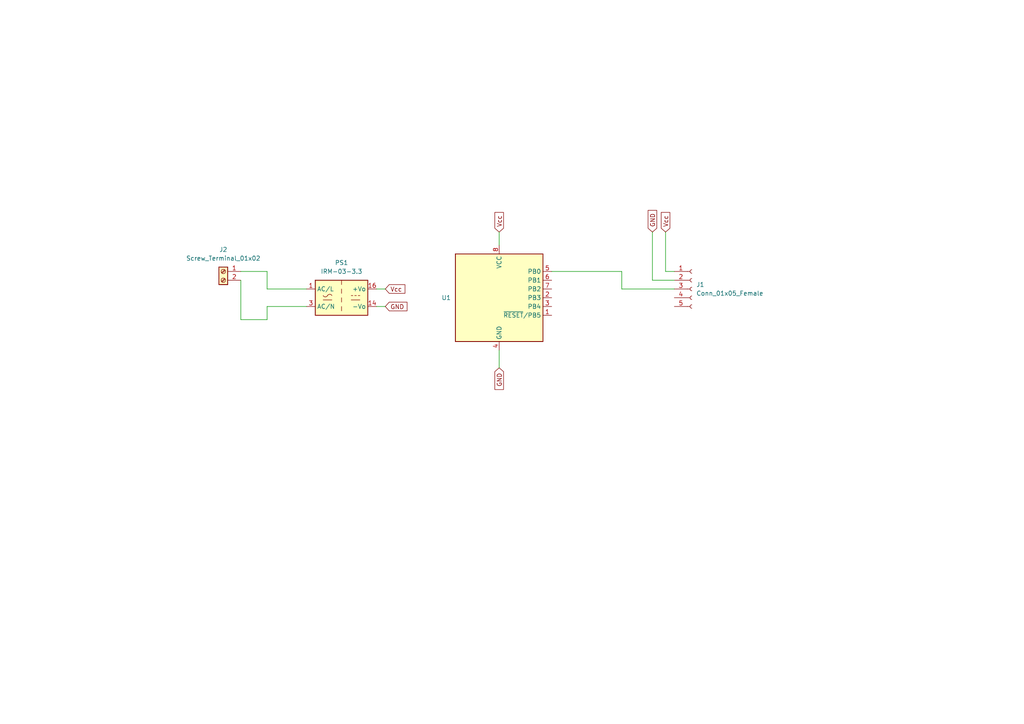
<source format=kicad_sch>
(kicad_sch (version 20211123) (generator eeschema)
  (paper "A4")
  (lib_symbols
    (symbol "Connector:Conn_01x05_Female" (pin_names (offset 1.016) hide)
      (property "Reference" "J" (at 0 7.62 0))
      (property "Value" "Conn_01x05_Female" (at 0 -7.62 0))
      (symbol "Conn_01x05_Female_1_1"
        (arc (start 0 -4.572) (mid -0.508 -5.08) (end 0 -5.588) (stroke (width 0.1524)))
        (arc (start 0 -2.032) (mid -0.508 -2.54) (end 0 -3.048) (stroke (width 0.1524)))
        (polyline (pts (xy -1.27 -5.08) (xy -0.508 -5.08)) (stroke (width 0.1524)))
        (polyline (pts (xy -1.27 -2.54) (xy -0.508 -2.54)) (stroke (width 0.1524)))
        (polyline (pts (xy -1.27 0) (xy -0.508 0)) (stroke (width 0.1524)))
        (polyline (pts (xy -1.27 2.54) (xy -0.508 2.54)) (stroke (width 0.1524)))
        (polyline (pts (xy -1.27 5.08) (xy -0.508 5.08)) (stroke (width 0.1524)))
        (arc (start 0 0.508) (mid -0.508 0) (end 0 -0.508) (stroke (width 0.1524)))
        (arc (start 0 3.048) (mid -0.508 2.54) (end 0 2.032) (stroke (width 0.1524)))
        (arc (start 0 5.588) (mid -0.508 5.08) (end 0 4.572) (stroke (width 0.1524)))
        (pin passive line (at -5.08 5.08 0) (length 3.81) (name "Pin_1") (number "1"))
        (pin passive line (at -5.08 2.54 0) (length 3.81) (name "Pin_2") (number "2"))
        (pin passive line (at -5.08 0 0) (length 3.81) (name "Pin_3") (number "3"))
        (pin passive line (at -5.08 -2.54 0) (length 3.81) (name "Pin_4") (number "4"))
        (pin passive line (at -5.08 -5.08 0) (length 3.81) (name "Pin_5") (number "5"))
      )
    )
    (symbol "Connector:Screw_Terminal_01x02" (pin_names (offset 1.016) hide)
      (property "Reference" "J" (at 0 2.54 0))
      (property "Value" "Screw_Terminal_01x02" (at 0 -5.08 0))
      (symbol "Screw_Terminal_01x02_1_1"
        (rectangle (start -1.27 1.27) (end 1.27 -3.81) (stroke (width 0.254)) (fill (type background)))
        (circle (center 0 -2.54) (radius 0.635) (stroke (width 0.1524)))
        (polyline (pts (xy -0.5334 -2.2098) (xy 0.3302 -3.048)) (stroke (width 0.1524)))
        (polyline (pts (xy -0.5334 0.3302) (xy 0.3302 -0.508)) (stroke (width 0.1524)))
        (polyline (pts (xy -0.3556 -2.032) (xy 0.508 -2.8702)) (stroke (width 0.1524)))
        (polyline (pts (xy -0.3556 0.508) (xy 0.508 -0.3302)) (stroke (width 0.1524)))
        (circle (center 0 0) (radius 0.635) (stroke (width 0.1524)))
        (pin passive line (at -5.08 0 0) (length 3.81) (name "Pin_1") (number "1"))
        (pin passive line (at -5.08 -2.54 0) (length 3.81) (name "Pin_2") (number "2"))
      )
    )
    (symbol "Converter_ACDC:IRM-03-3.3"
      (property "Reference" "PS" (at 0 6.35 0))
      (property "Value" "IRM-03-3.3" (at 0 -6.35 0))
      (symbol "IRM-03-3.3_0_1"
        (rectangle (start -7.62 5.08) (end 7.62 -5.08) (stroke (width 0.254)) (fill (type background)))
        (arc (start -5.334 0.635) (mid -4.699 0.2495) (end -4.064 0.635))
        (arc (start -2.794 0.635) (mid -3.429 1.0072) (end -4.064 0.635))
        (polyline (pts (xy -5.334 -0.635) (xy -2.794 -0.635)))
        (polyline (pts (xy 0 -2.54) (xy 0 -3.81)))
        (polyline (pts (xy 0 0) (xy 0 -1.27)))
        (polyline (pts (xy 0 2.54) (xy 0 1.27)))
        (polyline (pts (xy 0 5.08) (xy 0 3.81)))
        (polyline (pts (xy 2.794 -0.635) (xy 5.334 -0.635)))
        (polyline (pts (xy 2.794 0.635) (xy 3.302 0.635)))
        (polyline (pts (xy 3.81 0.635) (xy 4.318 0.635)))
        (polyline (pts (xy 4.826 0.635) (xy 5.334 0.635)))
      )
      (symbol "IRM-03-3.3_1_1"
        (pin power_in line (at -10.16 2.54 0) (length 2.54) (name "AC/L") (number "1"))
        (pin power_out line (at 10.16 -2.54 180) (length 2.54) (name "-Vo") (number "14"))
        (pin power_out line (at 10.16 2.54 180) (length 2.54) (name "+Vo") (number "16"))
        (pin power_in line (at -10.16 -2.54 0) (length 2.54) (name "AC/N") (number "3"))
        (pin no_connect line (at -7.62 0 0) (length 2.54) hide (name "NC") (number "5"))
      )
    )
    (symbol "MCU_Microchip_ATtiny:ATtiny13-20P"
      (property "Reference" "U" (at -12.7 13.97 0))
      (property "Value" "ATtiny13-20P" (at 2.54 -13.97 0))
      (symbol "ATtiny13-20P_0_1"
        (rectangle (start -12.7 -12.7) (end 12.7 12.7) (stroke (width 0.254)) (fill (type background)))
      )
      (symbol "ATtiny13-20P_1_1"
        (pin bidirectional line (at 15.24 -5.08 180) (length 2.54) (name "~{RESET}/PB5") (number "1"))
        (pin bidirectional line (at 15.24 0 180) (length 2.54) (name "PB3") (number "2"))
        (pin bidirectional line (at 15.24 -2.54 180) (length 2.54) (name "PB4") (number "3"))
        (pin power_in line (at 0 -15.24 90) (length 2.54) (name "GND") (number "4"))
        (pin bidirectional line (at 15.24 7.62 180) (length 2.54) (name "PB0") (number "5"))
        (pin bidirectional line (at 15.24 5.08 180) (length 2.54) (name "PB1") (number "6"))
        (pin bidirectional line (at 15.24 2.54 180) (length 2.54) (name "PB2") (number "7"))
        (pin power_in line (at 0 15.24 270) (length 2.54) (name "VCC") (number "8"))
      )
    )
  )
  (wire (pts (xy 144.78 101.6) (xy 144.78 106.68)))
  (wire (pts (xy 77.47 83.82) (xy 88.9 83.82)))
  (wire (pts (xy 69.85 92.71) (xy 77.47 92.71)))
  (wire (pts (xy 77.47 92.71) (xy 77.47 88.9)))
  (wire (pts (xy 180.34 78.74) (xy 180.34 83.82)))
  (wire (pts (xy 160.02 78.74) (xy 180.34 78.74)))
  (wire (pts (xy 69.85 78.74) (xy 77.47 78.74)))
  (wire (pts (xy 77.47 78.74) (xy 77.47 83.82)))
  (wire (pts (xy 189.23 67.31) (xy 189.23 81.28)))
  (wire (pts (xy 69.85 81.28) (xy 69.85 92.71)))
  (wire (pts (xy 144.78 67.31) (xy 144.78 71.12)))
  (wire (pts (xy 109.22 88.9) (xy 111.76 88.9)))
  (wire (pts (xy 180.34 83.82) (xy 195.58 83.82)))
  (wire (pts (xy 193.04 67.31) (xy 193.04 78.74)))
  (wire (pts (xy 109.22 83.82) (xy 111.76 83.82)))
  (wire (pts (xy 77.47 88.9) (xy 88.9 88.9)))
  (wire (pts (xy 189.23 81.28) (xy 195.58 81.28)))
  (wire (pts (xy 193.04 78.74) (xy 195.58 78.74)))
  (global_label "Vcc" (shape input) (at 193.04 67.31 90) (property "Intersheet References" "${INTERSHEET_REFS}" (effects hide)))
  (global_label "GND" (shape input) (at 189.23 67.31 90) (property "Intersheet References" "${INTERSHEET_REFS}" (effects hide)))
  (global_label "Vcc" (shape input) (at 111.76 83.82 0) (property "Intersheet References" "${INTERSHEET_REFS}" (effects hide)))
  (global_label "Vcc" (shape input) (at 144.78 67.31 90) (property "Intersheet References" "${INTERSHEET_REFS}" (effects hide)))
  (global_label "GND" (shape input) (at 144.78 106.68 270) (property "Intersheet References" "${INTERSHEET_REFS}" (effects hide)))
  (global_label "GND" (shape input) (at 111.76 88.9 0) (property "Intersheet References" "${INTERSHEET_REFS}" (effects hide)))
  (symbol (lib_id "MCU_Microchip_ATtiny:ATtiny13-20P") (at 144.78 86.36 0) (unit 1)
    (property "Reference" "U1" (at 130.81 86.3599 0) (effects (justify right)))
    (property "Value" "ATtiny13-20P" (effects hide))
    (property "Footprint" "Package_DIP:DIP-8_W7.62mm" (effects hide))
    (property "Datasheet" "http://ww1.microchip.com/downloads/en/DeviceDoc/doc2535.pdf" (effects hide))
  )
  (symbol (lib_id "Converter_ACDC:IRM-03-3.3") (at 99.06 86.36 0) (unit 1)
    (property "Reference" "PS1" (at 99.06 76.2 0))
    (property "Value" "IRM-03-3.3" (at 99.06 78.74 0))
    (property "Footprint" "Converter_ACDC:Converter_ACDC_MeanWell_IRM-03-xx_THT" (effects hide))
    (property "Datasheet" "https://www.meanwell.com/Upload/PDF/IRM-03/IRM-03-SPEC.PDF" (effects hide))
  )
  (symbol (lib_id "Connector:Screw_Terminal_01x02") (at 64.77 78.74 0) (mirror y) (unit 1)
    (property "Reference" "J2" (at 64.77 72.39 0))
    (property "Value" "Screw_Terminal_01x02" (at 64.77 74.93 0))
    (property "Footprint" "TerminalBlock:TerminalBlock_bornier-2_P5.08mm" (effects hide))
  )
  (symbol (lib_id "Connector:Conn_01x05_Female") (at 200.66 83.82 0) (unit 1)
    (property "Reference" "J1" (at 201.93 82.5499 0) (effects (justify left)))
    (property "Value" "Conn_01x05_Female" (at 201.93 85.0899 0) (effects (justify left)))
    (property "Footprint" "Connector_PinSocket_2.54mm:PinSocket_1x05_P2.54mm_Vertical" (effects hide))
  )
)
</source>
